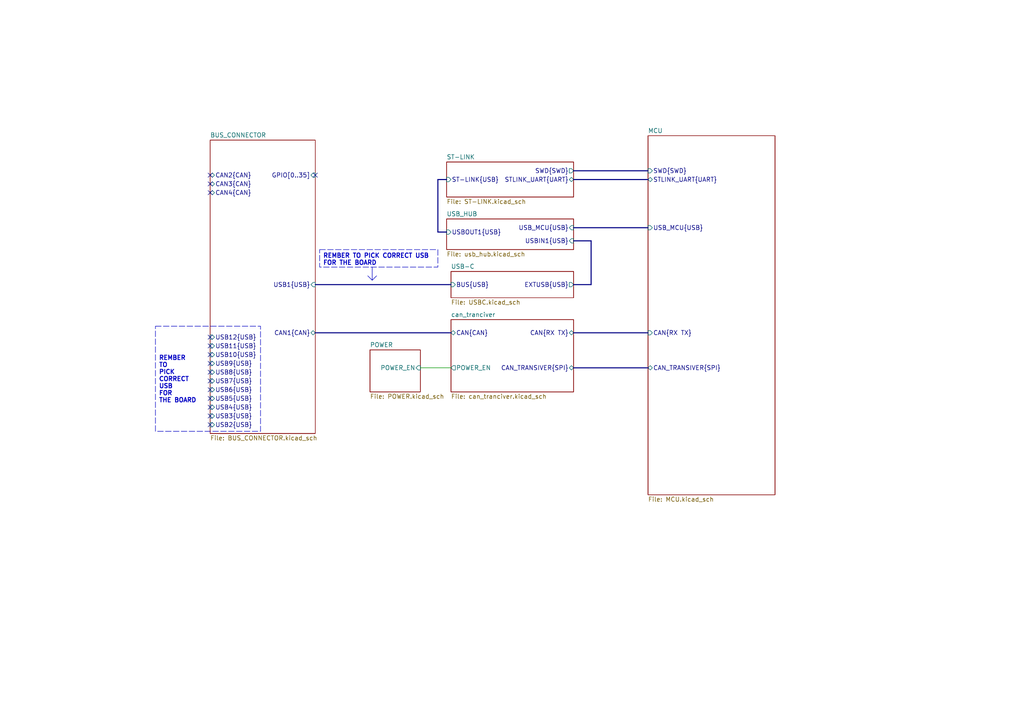
<source format=kicad_sch>
(kicad_sch
	(version 20231120)
	(generator "eeschema")
	(generator_version "8.0")
	(uuid "f131027f-631c-4099-b0ec-5f883860005f")
	(paper "A4")
	(title_block
		(title "Root schematic")
		(date "2025-01-10")
		(rev "1.0")
		(company "Patryk Dudziński")
	)
	(lib_symbols)
	(bus_alias "CAN"
		(members "+" "-")
	)
	(bus_alias "I2C"
		(members "SCL" "SDA")
	)
	(bus_alias "SPI"
		(members "MISO" "MOSI" "CS" "CLK")
	)
	(bus_alias "SWD"
		(members "SWCLK" "SWDIO" "~{RST}")
	)
	(bus_alias "UART"
		(members "TX" "RX")
	)
	(bus_alias "USB"
		(members "D+" "D-")
	)
	(no_connect
		(at 60.96 97.79)
		(uuid "1d767976-187c-4aa5-9441-44a566ecb784")
	)
	(no_connect
		(at 60.96 107.95)
		(uuid "20044f52-40fa-4ab6-a35b-636acd07b2bc")
	)
	(no_connect
		(at 60.96 123.19)
		(uuid "327ac07b-71aa-448c-bf30-c9649def3e08")
	)
	(no_connect
		(at 60.96 115.57)
		(uuid "34c666d1-1c6b-466a-8eb4-251d4c6eca67")
	)
	(no_connect
		(at 60.96 102.87)
		(uuid "43625e61-8886-43f2-8c37-92a03bebe353")
	)
	(no_connect
		(at 60.96 120.65)
		(uuid "5f296e45-76b5-44cb-9101-cee3b9d18046")
	)
	(no_connect
		(at 60.96 110.49)
		(uuid "61f79d9d-253e-479b-ba91-b7f50fe1be47")
	)
	(no_connect
		(at 60.96 113.03)
		(uuid "69c73962-ccf5-4103-bf0f-5a906beb9465")
	)
	(no_connect
		(at 60.96 53.34)
		(uuid "738fba52-9399-4a70-aa6d-8524ef76edb2")
	)
	(no_connect
		(at 60.96 55.88)
		(uuid "82ccdf67-ac08-4988-a420-512700b4358a")
	)
	(no_connect
		(at 60.96 118.11)
		(uuid "a6365d2f-c8f8-4142-92fd-c11d2efa7cb9")
	)
	(no_connect
		(at 60.96 105.41)
		(uuid "c0e878d6-761f-4a99-95e7-e2ffca12c7b0")
	)
	(no_connect
		(at 60.96 100.33)
		(uuid "c5dc6762-ae34-498b-81a2-f3347aee3516")
	)
	(no_connect
		(at 60.96 50.8)
		(uuid "d1881164-0b47-4dbb-8293-62ae3f45c02d")
	)
	(no_connect
		(at 91.44 50.8)
		(uuid "fedf4675-9e5a-45e9-b968-2a97fa63dd6a")
	)
	(bus
		(pts
			(xy 166.37 106.68) (xy 187.96 106.68)
		)
		(stroke
			(width 0)
			(type default)
		)
		(uuid "06c612db-1096-4c60-87bb-1067a6ef10ab")
	)
	(polyline
		(pts
			(xy 106.68 80.01) (xy 107.95 81.28)
		)
		(stroke
			(width 0)
			(type default)
		)
		(uuid "0bddf47e-998c-4e3a-a8d4-ab01cb7064cf")
	)
	(wire
		(pts
			(xy 121.92 106.68) (xy 130.81 106.68)
		)
		(stroke
			(width 0)
			(type default)
		)
		(uuid "48010a1d-8f44-4aab-ae5a-b97a9908ec70")
	)
	(bus
		(pts
			(xy 166.37 66.04) (xy 187.96 66.04)
		)
		(stroke
			(width 0)
			(type default)
		)
		(uuid "4bb901a6-bca1-47ca-8311-bbb4e42eb680")
	)
	(bus
		(pts
			(xy 166.37 52.07) (xy 187.96 52.07)
		)
		(stroke
			(width 0)
			(type default)
		)
		(uuid "51b381c9-ef90-4297-ba42-bfce64f93fbf")
	)
	(bus
		(pts
			(xy 171.45 69.85) (xy 166.37 69.85)
		)
		(stroke
			(width 0)
			(type default)
		)
		(uuid "53eea16c-35fb-4b68-bdae-37a7a421a91f")
	)
	(bus
		(pts
			(xy 127 52.07) (xy 129.54 52.07)
		)
		(stroke
			(width 0)
			(type default)
		)
		(uuid "584c8405-b51f-44f3-b64c-311acd2799ae")
	)
	(bus
		(pts
			(xy 166.37 49.53) (xy 187.96 49.53)
		)
		(stroke
			(width 0)
			(type default)
		)
		(uuid "62984c0c-45e6-4fa9-9551-2f439aabcfce")
	)
	(polyline
		(pts
			(xy 107.95 81.28) (xy 109.22 80.01)
		)
		(stroke
			(width 0)
			(type default)
		)
		(uuid "6e702a09-2185-4270-b74c-3ec0a9b45b41")
	)
	(polyline
		(pts
			(xy 107.95 77.47) (xy 107.95 81.28)
		)
		(stroke
			(width 0)
			(type default)
		)
		(uuid "9212f88c-a973-4108-b89d-a23a4b2b1f59")
	)
	(bus
		(pts
			(xy 127 67.31) (xy 127 52.07)
		)
		(stroke
			(width 0)
			(type default)
		)
		(uuid "9d9298f1-ba45-48c8-95ee-21965fe14981")
	)
	(bus
		(pts
			(xy 166.37 82.55) (xy 171.45 82.55)
		)
		(stroke
			(width 0)
			(type default)
		)
		(uuid "a5662b8d-76cf-4d76-95d9-9adecbcd113e")
	)
	(bus
		(pts
			(xy 171.45 82.55) (xy 171.45 69.85)
		)
		(stroke
			(width 0)
			(type default)
		)
		(uuid "a8f87a24-3c1e-4587-bb0a-a0a72af5b568")
	)
	(bus
		(pts
			(xy 91.44 96.52) (xy 130.81 96.52)
		)
		(stroke
			(width 0)
			(type default)
		)
		(uuid "b9d4d480-0b97-4dea-a27b-32623b516259")
	)
	(bus
		(pts
			(xy 91.44 82.55) (xy 130.81 82.55)
		)
		(stroke
			(width 0)
			(type default)
		)
		(uuid "dddeb1a9-ddd5-47d0-93d5-093ed75889e7")
	)
	(bus
		(pts
			(xy 166.37 96.52) (xy 187.96 96.52)
		)
		(stroke
			(width 0)
			(type default)
		)
		(uuid "e652be65-25fa-4710-b5d0-5e7c8fd477f3")
	)
	(bus
		(pts
			(xy 129.54 67.31) (xy 127 67.31)
		)
		(stroke
			(width 0)
			(type default)
		)
		(uuid "f07ae0be-3ba6-4641-b0bf-45e91d460e01")
	)
	(text_box "REMBER TO PICK CORRECT USB FOR THE BOARD"
		(exclude_from_sim no)
		(at 92.71 72.39 0)
		(size 34.29 5.08)
		(stroke
			(width 0)
			(type dash)
		)
		(fill
			(type none)
		)
		(effects
			(font
				(size 1.27 1.27)
				(thickness 0.254)
				(bold yes)
			)
			(justify left top)
		)
		(uuid "cc465d62-8ef8-4ad7-a707-eb98086b24be")
	)
	(text_box "REMBER \nTO \nPICK \nCORRECT \nUSB \nFOR \nTHE BOARD"
		(exclude_from_sim no)
		(at 45.085 94.615 0)
		(size 30.48 30.48)
		(stroke
			(width 0)
			(type dash)
		)
		(fill
			(type none)
		)
		(effects
			(font
				(size 1.27 1.27)
				(thickness 0.254)
				(bold yes)
			)
			(justify left)
		)
		(uuid "de25eaa3-4cb6-41d4-a489-e28e374916f0")
	)
	(sheet
		(at 60.96 40.64)
		(size 30.48 85.09)
		(fields_autoplaced yes)
		(stroke
			(width 0.1524)
			(type solid)
		)
		(fill
			(color 0 0 0 0.0000)
		)
		(uuid "1c738dc6-4a0b-4558-a5f4-493eae4e40e8")
		(property "Sheetname" "BUS_CONNECTOR"
			(at 60.96 39.9284 0)
			(effects
				(font
					(size 1.27 1.27)
				)
				(justify left bottom)
			)
		)
		(property "Sheetfile" "BUS_CONNECTOR.kicad_sch"
			(at 60.96 126.3146 0)
			(effects
				(font
					(size 1.27 1.27)
				)
				(justify left top)
			)
		)
		(pin "USB3{USB}" input
			(at 60.96 120.65 180)
			(effects
				(font
					(size 1.27 1.27)
				)
				(justify left)
			)
			(uuid "8042fb34-412c-4dda-8b83-5bbdeca74774")
		)
		(pin "USB1{USB}" input
			(at 91.44 82.55 0)
			(effects
				(font
					(size 1.27 1.27)
				)
				(justify right)
			)
			(uuid "448101b0-1a58-481b-ac1e-0d4befbeee31")
		)
		(pin "USB2{USB}" input
			(at 60.96 123.19 180)
			(effects
				(font
					(size 1.27 1.27)
				)
				(justify left)
			)
			(uuid "2dab9429-a21a-4b09-8b52-7afab1682516")
		)
		(pin "USB4{USB}" input
			(at 60.96 118.11 180)
			(effects
				(font
					(size 1.27 1.27)
				)
				(justify left)
			)
			(uuid "ce09cbdd-41ed-4963-bc25-c69445a6a9de")
		)
		(pin "USB8{USB}" input
			(at 60.96 107.95 180)
			(effects
				(font
					(size 1.27 1.27)
				)
				(justify left)
			)
			(uuid "ff0dcf93-0020-4fc7-8351-24f8e6bd17e8")
		)
		(pin "USB9{USB}" input
			(at 60.96 105.41 180)
			(effects
				(font
					(size 1.27 1.27)
				)
				(justify left)
			)
			(uuid "ce99ab40-286d-442a-93a9-13f5c6c58d34")
		)
		(pin "USB7{USB}" input
			(at 60.96 110.49 180)
			(effects
				(font
					(size 1.27 1.27)
				)
				(justify left)
			)
			(uuid "bad7a89d-5a5d-4d14-ac8b-68f6bb9b8374")
		)
		(pin "USB6{USB}" input
			(at 60.96 113.03 180)
			(effects
				(font
					(size 1.27 1.27)
				)
				(justify left)
			)
			(uuid "0f508d80-1b5a-4d38-b61a-1c7661679055")
		)
		(pin "USB5{USB}" input
			(at 60.96 115.57 180)
			(effects
				(font
					(size 1.27 1.27)
				)
				(justify left)
			)
			(uuid "08db4d41-8d8a-4912-9931-d3f3bdf2b6cb")
		)
		(pin "USB10{USB}" input
			(at 60.96 102.87 180)
			(effects
				(font
					(size 1.27 1.27)
				)
				(justify left)
			)
			(uuid "8160fe90-a870-464f-ab0c-e84114bb8376")
		)
		(pin "USB11{USB}" input
			(at 60.96 100.33 180)
			(effects
				(font
					(size 1.27 1.27)
				)
				(justify left)
			)
			(uuid "41354fa9-e1ef-4708-8d77-6320e5173ccd")
		)
		(pin "USB12{USB}" input
			(at 60.96 97.79 180)
			(effects
				(font
					(size 1.27 1.27)
				)
				(justify left)
			)
			(uuid "f95b316b-ad15-4207-829f-f80484959bb6")
		)
		(pin "CAN1{CAN}" bidirectional
			(at 91.44 96.52 0)
			(effects
				(font
					(size 1.27 1.27)
				)
				(justify right)
			)
			(uuid "82d3b542-323a-49c0-a0e0-7813909d854c")
		)
		(pin "CAN3{CAN}" bidirectional
			(at 60.96 53.34 180)
			(effects
				(font
					(size 1.27 1.27)
				)
				(justify left)
			)
			(uuid "d0a69976-7436-4485-b2bd-c6ee3f698e42")
		)
		(pin "CAN4{CAN}" bidirectional
			(at 60.96 55.88 180)
			(effects
				(font
					(size 1.27 1.27)
				)
				(justify left)
			)
			(uuid "375c8ce8-37c6-4e8e-bc04-86232c8ddd82")
		)
		(pin "CAN2{CAN}" bidirectional
			(at 60.96 50.8 180)
			(effects
				(font
					(size 1.27 1.27)
				)
				(justify left)
			)
			(uuid "30344d9b-7a14-4013-b7ac-032d7f9de621")
		)
		(pin "GPIO[0..35]" input
			(at 91.44 50.8 0)
			(effects
				(font
					(size 1.27 1.27)
				)
				(justify right)
			)
			(uuid "cd14ac01-cbb5-441b-946a-842efa86f4b0")
		)
		(instances
			(project "template_board"
				(path "/f131027f-631c-4099-b0ec-5f883860005f"
					(page "8")
				)
			)
		)
	)
	(sheet
		(at 130.81 92.71)
		(size 35.56 20.955)
		(fields_autoplaced yes)
		(stroke
			(width 0.1524)
			(type solid)
		)
		(fill
			(color 0 0 0 0.0000)
		)
		(uuid "42f4cf98-2124-4f40-8bb2-840fa07582d8")
		(property "Sheetname" "can_tranciver"
			(at 130.81 91.9984 0)
			(effects
				(font
					(size 1.27 1.27)
				)
				(justify left bottom)
			)
		)
		(property "Sheetfile" "can_tranciver.kicad_sch"
			(at 130.81 114.2496 0)
			(effects
				(font
					(size 1.27 1.27)
				)
				(justify left top)
			)
		)
		(pin "CAN{RX TX}" bidirectional
			(at 166.37 96.52 0)
			(effects
				(font
					(size 1.27 1.27)
				)
				(justify right)
			)
			(uuid "e258eef5-6036-4e16-8c5c-0d3c5e06c4d2")
		)
		(pin "CAN{CAN}" bidirectional
			(at 130.81 96.52 180)
			(effects
				(font
					(size 1.27 1.27)
				)
				(justify left)
			)
			(uuid "9d341ae8-f599-4aab-b3e4-6de9877bc00c")
		)
		(pin "POWER_EN" output
			(at 130.81 106.68 180)
			(effects
				(font
					(size 1.27 1.27)
				)
				(justify left)
			)
			(uuid "f78466e6-44a4-4a6b-b6bb-7b5e9b40d965")
		)
		(pin "CAN_TRANSIVER{SPI}" bidirectional
			(at 166.37 106.68 0)
			(effects
				(font
					(size 1.27 1.27)
				)
				(justify right)
			)
			(uuid "f73887d8-5e07-418e-aafd-01ec0b55ded4")
		)
		(instances
			(project "template_board"
				(path "/f131027f-631c-4099-b0ec-5f883860005f"
					(page "8")
				)
			)
		)
	)
	(sheet
		(at 130.81 78.74)
		(size 35.56 7.62)
		(fields_autoplaced yes)
		(stroke
			(width 0.1524)
			(type solid)
		)
		(fill
			(color 0 0 0 0.0000)
		)
		(uuid "4ebeb73d-8c0a-47f8-8c0d-180bfde5f48f")
		(property "Sheetname" "USB-C"
			(at 130.81 78.0284 0)
			(effects
				(font
					(size 1.27 1.27)
				)
				(justify left bottom)
			)
		)
		(property "Sheetfile" "USBC.kicad_sch"
			(at 130.81 86.9446 0)
			(effects
				(font
					(size 1.27 1.27)
				)
				(justify left top)
			)
		)
		(pin "BUS{USB}" input
			(at 130.81 82.55 180)
			(effects
				(font
					(size 1.27 1.27)
				)
				(justify left)
			)
			(uuid "8136a0de-f110-4c61-84aa-438e4dc30b24")
		)
		(pin "EXTUSB{USB}" output
			(at 166.37 82.55 0)
			(effects
				(font
					(size 1.27 1.27)
				)
				(justify right)
			)
			(uuid "27546c51-9619-4445-97db-894ff43fb16c")
		)
		(instances
			(project "template_board"
				(path "/f131027f-631c-4099-b0ec-5f883860005f"
					(page "10")
				)
			)
		)
	)
	(sheet
		(at 107.315 101.473)
		(size 14.605 12.192)
		(fields_autoplaced yes)
		(stroke
			(width 0.1524)
			(type solid)
		)
		(fill
			(color 0 0 0 0.0000)
		)
		(uuid "5cf7175d-66ee-4e96-8394-507d81ab0700")
		(property "Sheetname" "POWER"
			(at 107.315 100.7614 0)
			(effects
				(font
					(size 1.27 1.27)
				)
				(justify left bottom)
			)
		)
		(property "Sheetfile" "POWER.kicad_sch"
			(at 107.315 114.2496 0)
			(effects
				(font
					(size 1.27 1.27)
				)
				(justify left top)
			)
		)
		(pin "POWER_EN" input
			(at 121.92 106.68 0)
			(effects
				(font
					(size 1.27 1.27)
				)
				(justify right)
			)
			(uuid "4ed10725-78a1-40a8-b149-369631c49c67")
		)
		(instances
			(project "template_board"
				(path "/f131027f-631c-4099-b0ec-5f883860005f"
					(page "4")
				)
			)
		)
	)
	(sheet
		(at 187.96 39.37)
		(size 36.83 104.14)
		(fields_autoplaced yes)
		(stroke
			(width 0.1524)
			(type solid)
		)
		(fill
			(color 0 0 0 0.0000)
		)
		(uuid "a4b9441c-60f3-49e8-82a9-f2ebbfa51587")
		(property "Sheetname" "MCU"
			(at 187.96 38.6584 0)
			(effects
				(font
					(size 1.27 1.27)
				)
				(justify left bottom)
			)
		)
		(property "Sheetfile" "MCU.kicad_sch"
			(at 187.96 144.0946 0)
			(effects
				(font
					(size 1.27 1.27)
				)
				(justify left top)
			)
		)
		(pin "CAN{RX TX}" input
			(at 187.96 96.52 180)
			(effects
				(font
					(size 1.27 1.27)
				)
				(justify left)
			)
			(uuid "73ac92c6-8f2c-41ae-af2c-41ada6bf16a4")
		)
		(pin "USB_MCU{USB}" input
			(at 187.96 66.04 180)
			(effects
				(font
					(size 1.27 1.27)
				)
				(justify left)
			)
			(uuid "478845b1-0775-4c74-812a-07a997d0e96d")
		)
		(pin "CAN_TRANSIVER{SPI}" bidirectional
			(at 187.96 106.68 180)
			(effects
				(font
					(size 1.27 1.27)
				)
				(justify left)
			)
			(uuid "e7e970cf-3263-42ca-86ac-9b03677df522")
		)
		(pin "STLINK_UART{UART}" bidirectional
			(at 187.96 52.07 180)
			(effects
				(font
					(size 1.27 1.27)
				)
				(justify left)
			)
			(uuid "79f733a9-9c4a-41eb-ad20-4337904094e1")
		)
		(pin "SWD{SWD}" input
			(at 187.96 49.53 180)
			(effects
				(font
					(size 1.27 1.27)
				)
				(justify left)
			)
			(uuid "22393510-23af-4f5f-bdab-c9a59ee0fecf")
		)
		(instances
			(project "template_board"
				(path "/f131027f-631c-4099-b0ec-5f883860005f"
					(page "2")
				)
			)
		)
	)
	(sheet
		(at 129.54 46.99)
		(size 36.83 10.16)
		(fields_autoplaced yes)
		(stroke
			(width 0.1524)
			(type solid)
		)
		(fill
			(color 0 0 0 0.0000)
		)
		(uuid "b75d80d3-c6b8-4292-b0b3-3c9bb06836c3")
		(property "Sheetname" "ST-LINK"
			(at 129.54 46.2784 0)
			(effects
				(font
					(size 1.27 1.27)
				)
				(justify left bottom)
			)
		)
		(property "Sheetfile" "ST-LINK.kicad_sch"
			(at 129.54 57.7346 0)
			(effects
				(font
					(size 1.27 1.27)
				)
				(justify left top)
			)
		)
		(pin "STLINK_UART{UART}" bidirectional
			(at 166.37 52.07 0)
			(effects
				(font
					(size 1.27 1.27)
				)
				(justify right)
			)
			(uuid "e605fdad-54d3-4eb2-91b5-1f33cc384a42")
		)
		(pin "SWD{SWD}" output
			(at 166.37 49.53 0)
			(effects
				(font
					(size 1.27 1.27)
				)
				(justify right)
			)
			(uuid "a8277f51-a979-4302-bb01-ca0357cc1bd2")
		)
		(pin "ST-LINK{USB}" input
			(at 129.54 52.07 180)
			(effects
				(font
					(size 1.27 1.27)
				)
				(justify left)
			)
			(uuid "d0d6d03c-841e-45f5-beb0-dcb949ffa552")
		)
		(instances
			(project "template_board"
				(path "/f131027f-631c-4099-b0ec-5f883860005f"
					(page "9")
				)
			)
		)
	)
	(sheet
		(at 129.54 63.5)
		(size 36.83 8.89)
		(fields_autoplaced yes)
		(stroke
			(width 0.1524)
			(type solid)
		)
		(fill
			(color 0 0 0 0.0000)
		)
		(uuid "f4310bec-78a9-4717-aefb-0836051e4c2e")
		(property "Sheetname" "USB_HUB"
			(at 129.54 62.7884 0)
			(effects
				(font
					(size 1.27 1.27)
				)
				(justify left bottom)
			)
		)
		(property "Sheetfile" "usb_hub.kicad_sch"
			(at 129.54 72.9746 0)
			(effects
				(font
					(size 1.27 1.27)
				)
				(justify left top)
			)
		)
		(pin "USBIN1{USB}" input
			(at 166.37 69.85 0)
			(effects
				(font
					(size 1.27 1.27)
				)
				(justify right)
			)
			(uuid "6afa7d38-c799-4e0d-aa07-dd8ea2ae6c2a")
		)
		(pin "USB_MCU{USB}" input
			(at 166.37 66.04 0)
			(effects
				(font
					(size 1.27 1.27)
				)
				(justify right)
			)
			(uuid "e5ea3b50-2a80-414f-bc73-438ec69f8379")
		)
		(pin "USBOUT1{USB}" input
			(at 129.54 67.31 180)
			(effects
				(font
					(size 1.27 1.27)
				)
				(justify left)
			)
			(uuid "2e41bd84-11f1-4a0d-a4e6-6b420d880cff")
		)
		(instances
			(project "template_board"
				(path "/f131027f-631c-4099-b0ec-5f883860005f"
					(page "11")
				)
			)
		)
	)
	(sheet_instances
		(path "/"
			(page "1")
		)
	)
)

</source>
